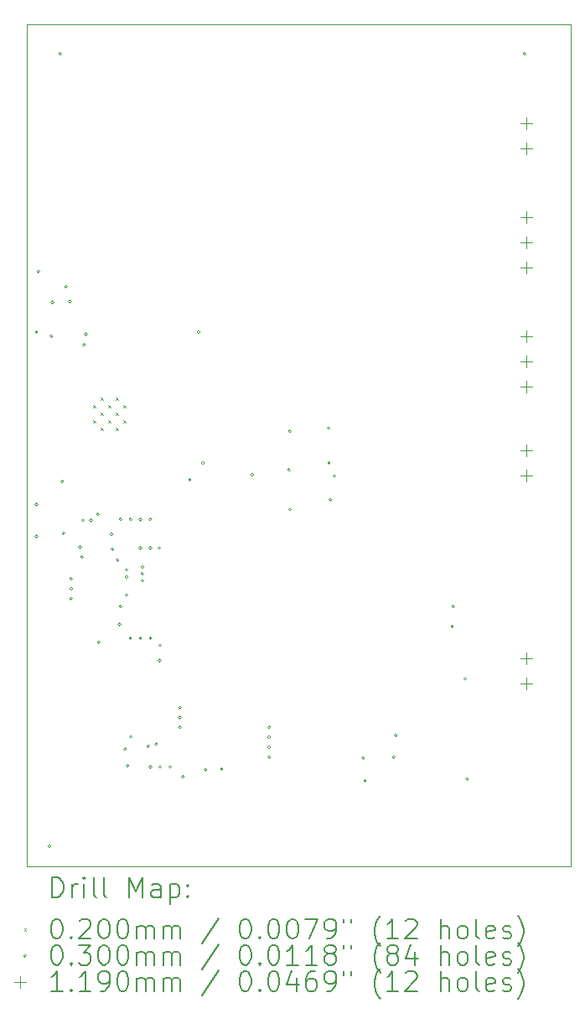
<source format=gbr>
%TF.GenerationSoftware,KiCad,Pcbnew,8.0.6*%
%TF.CreationDate,2025-03-25T19:38:53+01:00*%
%TF.ProjectId,TocBoatReceiver,546f6342-6f61-4745-9265-636569766572,rev?*%
%TF.SameCoordinates,Original*%
%TF.FileFunction,Drillmap*%
%TF.FilePolarity,Positive*%
%FSLAX45Y45*%
G04 Gerber Fmt 4.5, Leading zero omitted, Abs format (unit mm)*
G04 Created by KiCad (PCBNEW 8.0.6) date 2025-03-25 19:38:53*
%MOMM*%
%LPD*%
G01*
G04 APERTURE LIST*
%ADD10C,0.050000*%
%ADD11C,0.200000*%
%ADD12C,0.100000*%
%ADD13C,0.119000*%
G04 APERTURE END LIST*
D10*
X13150000Y-4900000D02*
X18650000Y-4900000D01*
X18650000Y-13400000D01*
X13150000Y-13400000D01*
X13150000Y-4900000D01*
D11*
D12*
X13825500Y-8748750D02*
X13845500Y-8768750D01*
X13845500Y-8748750D02*
X13825500Y-8768750D01*
X13825500Y-8901250D02*
X13845500Y-8921250D01*
X13845500Y-8901250D02*
X13825500Y-8921250D01*
X13901750Y-8672500D02*
X13921750Y-8692500D01*
X13921750Y-8672500D02*
X13901750Y-8692500D01*
X13901750Y-8825000D02*
X13921750Y-8845000D01*
X13921750Y-8825000D02*
X13901750Y-8845000D01*
X13901750Y-8977500D02*
X13921750Y-8997500D01*
X13921750Y-8977500D02*
X13901750Y-8997500D01*
X13978000Y-8748750D02*
X13998000Y-8768750D01*
X13998000Y-8748750D02*
X13978000Y-8768750D01*
X13978000Y-8901250D02*
X13998000Y-8921250D01*
X13998000Y-8901250D02*
X13978000Y-8921250D01*
X14054250Y-8672500D02*
X14074250Y-8692500D01*
X14074250Y-8672500D02*
X14054250Y-8692500D01*
X14054250Y-8825000D02*
X14074250Y-8845000D01*
X14074250Y-8825000D02*
X14054250Y-8845000D01*
X14054250Y-8977500D02*
X14074250Y-8997500D01*
X14074250Y-8977500D02*
X14054250Y-8997500D01*
X14130500Y-8748750D02*
X14150500Y-8768750D01*
X14150500Y-8748750D02*
X14130500Y-8768750D01*
X14130500Y-8901250D02*
X14150500Y-8921250D01*
X14150500Y-8901250D02*
X14130500Y-8921250D01*
X13265000Y-8010000D02*
G75*
G02*
X13235000Y-8010000I-15000J0D01*
G01*
X13235000Y-8010000D02*
G75*
G02*
X13265000Y-8010000I15000J0D01*
G01*
X13265000Y-9750000D02*
G75*
G02*
X13235000Y-9750000I-15000J0D01*
G01*
X13235000Y-9750000D02*
G75*
G02*
X13265000Y-9750000I15000J0D01*
G01*
X13265000Y-10070000D02*
G75*
G02*
X13235000Y-10070000I-15000J0D01*
G01*
X13235000Y-10070000D02*
G75*
G02*
X13265000Y-10070000I15000J0D01*
G01*
X13283175Y-7396825D02*
G75*
G02*
X13253175Y-7396825I-15000J0D01*
G01*
X13253175Y-7396825D02*
G75*
G02*
X13283175Y-7396825I15000J0D01*
G01*
X13395000Y-13200000D02*
G75*
G02*
X13365000Y-13200000I-15000J0D01*
G01*
X13365000Y-13200000D02*
G75*
G02*
X13395000Y-13200000I15000J0D01*
G01*
X13415000Y-8050000D02*
G75*
G02*
X13385000Y-8050000I-15000J0D01*
G01*
X13385000Y-8050000D02*
G75*
G02*
X13415000Y-8050000I15000J0D01*
G01*
X13425000Y-7710000D02*
G75*
G02*
X13395000Y-7710000I-15000J0D01*
G01*
X13395000Y-7710000D02*
G75*
G02*
X13425000Y-7710000I15000J0D01*
G01*
X13505000Y-5200000D02*
G75*
G02*
X13475000Y-5200000I-15000J0D01*
G01*
X13475000Y-5200000D02*
G75*
G02*
X13505000Y-5200000I15000J0D01*
G01*
X13525000Y-9520000D02*
G75*
G02*
X13495000Y-9520000I-15000J0D01*
G01*
X13495000Y-9520000D02*
G75*
G02*
X13525000Y-9520000I15000J0D01*
G01*
X13538650Y-10040000D02*
G75*
G02*
X13508650Y-10040000I-15000J0D01*
G01*
X13508650Y-10040000D02*
G75*
G02*
X13538650Y-10040000I15000J0D01*
G01*
X13565000Y-7550000D02*
G75*
G02*
X13535000Y-7550000I-15000J0D01*
G01*
X13535000Y-7550000D02*
G75*
G02*
X13565000Y-7550000I15000J0D01*
G01*
X13605000Y-7700000D02*
G75*
G02*
X13575000Y-7700000I-15000J0D01*
G01*
X13575000Y-7700000D02*
G75*
G02*
X13605000Y-7700000I15000J0D01*
G01*
X13615000Y-10500000D02*
G75*
G02*
X13585000Y-10500000I-15000J0D01*
G01*
X13585000Y-10500000D02*
G75*
G02*
X13615000Y-10500000I15000J0D01*
G01*
X13615000Y-10600000D02*
G75*
G02*
X13585000Y-10600000I-15000J0D01*
G01*
X13585000Y-10600000D02*
G75*
G02*
X13615000Y-10600000I15000J0D01*
G01*
X13615000Y-10700000D02*
G75*
G02*
X13585000Y-10700000I-15000J0D01*
G01*
X13585000Y-10700000D02*
G75*
G02*
X13615000Y-10700000I15000J0D01*
G01*
X13705000Y-10180000D02*
G75*
G02*
X13675000Y-10180000I-15000J0D01*
G01*
X13675000Y-10180000D02*
G75*
G02*
X13705000Y-10180000I15000J0D01*
G01*
X13725000Y-10280000D02*
G75*
G02*
X13695000Y-10280000I-15000J0D01*
G01*
X13695000Y-10280000D02*
G75*
G02*
X13725000Y-10280000I15000J0D01*
G01*
X13735000Y-9910000D02*
G75*
G02*
X13705000Y-9910000I-15000J0D01*
G01*
X13705000Y-9910000D02*
G75*
G02*
X13735000Y-9910000I15000J0D01*
G01*
X13745000Y-8140000D02*
G75*
G02*
X13715000Y-8140000I-15000J0D01*
G01*
X13715000Y-8140000D02*
G75*
G02*
X13745000Y-8140000I15000J0D01*
G01*
X13765000Y-8030000D02*
G75*
G02*
X13735000Y-8030000I-15000J0D01*
G01*
X13735000Y-8030000D02*
G75*
G02*
X13765000Y-8030000I15000J0D01*
G01*
X13815000Y-9910000D02*
G75*
G02*
X13785000Y-9910000I-15000J0D01*
G01*
X13785000Y-9910000D02*
G75*
G02*
X13815000Y-9910000I15000J0D01*
G01*
X13885000Y-9850000D02*
G75*
G02*
X13855000Y-9850000I-15000J0D01*
G01*
X13855000Y-9850000D02*
G75*
G02*
X13885000Y-9850000I15000J0D01*
G01*
X13895000Y-11140000D02*
G75*
G02*
X13865000Y-11140000I-15000J0D01*
G01*
X13865000Y-11140000D02*
G75*
G02*
X13895000Y-11140000I15000J0D01*
G01*
X14025000Y-10050000D02*
G75*
G02*
X13995000Y-10050000I-15000J0D01*
G01*
X13995000Y-10050000D02*
G75*
G02*
X14025000Y-10050000I15000J0D01*
G01*
X14035000Y-10200000D02*
G75*
G02*
X14005000Y-10200000I-15000J0D01*
G01*
X14005000Y-10200000D02*
G75*
G02*
X14035000Y-10200000I15000J0D01*
G01*
X14085150Y-10310150D02*
G75*
G02*
X14055150Y-10310150I-15000J0D01*
G01*
X14055150Y-10310150D02*
G75*
G02*
X14085150Y-10310150I15000J0D01*
G01*
X14105000Y-10960000D02*
G75*
G02*
X14075000Y-10960000I-15000J0D01*
G01*
X14075000Y-10960000D02*
G75*
G02*
X14105000Y-10960000I15000J0D01*
G01*
X14115000Y-9900000D02*
G75*
G02*
X14085000Y-9900000I-15000J0D01*
G01*
X14085000Y-9900000D02*
G75*
G02*
X14115000Y-9900000I15000J0D01*
G01*
X14115000Y-10780000D02*
G75*
G02*
X14085000Y-10780000I-15000J0D01*
G01*
X14085000Y-10780000D02*
G75*
G02*
X14115000Y-10780000I15000J0D01*
G01*
X14158750Y-12220000D02*
G75*
G02*
X14128750Y-12220000I-15000J0D01*
G01*
X14128750Y-12220000D02*
G75*
G02*
X14158750Y-12220000I15000J0D01*
G01*
X14175000Y-10410000D02*
G75*
G02*
X14145000Y-10410000I-15000J0D01*
G01*
X14145000Y-10410000D02*
G75*
G02*
X14175000Y-10410000I15000J0D01*
G01*
X14175000Y-10480000D02*
G75*
G02*
X14145000Y-10480000I-15000J0D01*
G01*
X14145000Y-10480000D02*
G75*
G02*
X14175000Y-10480000I15000J0D01*
G01*
X14175000Y-10665000D02*
G75*
G02*
X14145000Y-10665000I-15000J0D01*
G01*
X14145000Y-10665000D02*
G75*
G02*
X14175000Y-10665000I15000J0D01*
G01*
X14185000Y-12390000D02*
G75*
G02*
X14155000Y-12390000I-15000J0D01*
G01*
X14155000Y-12390000D02*
G75*
G02*
X14185000Y-12390000I15000J0D01*
G01*
X14215000Y-9900000D02*
G75*
G02*
X14185000Y-9900000I-15000J0D01*
G01*
X14185000Y-9900000D02*
G75*
G02*
X14215000Y-9900000I15000J0D01*
G01*
X14215000Y-11100000D02*
G75*
G02*
X14185000Y-11100000I-15000J0D01*
G01*
X14185000Y-11100000D02*
G75*
G02*
X14215000Y-11100000I15000J0D01*
G01*
X14218260Y-12094845D02*
G75*
G02*
X14188260Y-12094845I-15000J0D01*
G01*
X14188260Y-12094845D02*
G75*
G02*
X14218260Y-12094845I15000J0D01*
G01*
X14315000Y-9900000D02*
G75*
G02*
X14285000Y-9900000I-15000J0D01*
G01*
X14285000Y-9900000D02*
G75*
G02*
X14315000Y-9900000I15000J0D01*
G01*
X14315000Y-10190000D02*
G75*
G02*
X14285000Y-10190000I-15000J0D01*
G01*
X14285000Y-10190000D02*
G75*
G02*
X14315000Y-10190000I15000J0D01*
G01*
X14315000Y-11100000D02*
G75*
G02*
X14285000Y-11100000I-15000J0D01*
G01*
X14285000Y-11100000D02*
G75*
G02*
X14315000Y-11100000I15000J0D01*
G01*
X14335000Y-10380000D02*
G75*
G02*
X14305000Y-10380000I-15000J0D01*
G01*
X14305000Y-10380000D02*
G75*
G02*
X14335000Y-10380000I15000J0D01*
G01*
X14335000Y-10450000D02*
G75*
G02*
X14305000Y-10450000I-15000J0D01*
G01*
X14305000Y-10450000D02*
G75*
G02*
X14335000Y-10450000I15000J0D01*
G01*
X14335000Y-10520000D02*
G75*
G02*
X14305000Y-10520000I-15000J0D01*
G01*
X14305000Y-10520000D02*
G75*
G02*
X14335000Y-10520000I15000J0D01*
G01*
X14395000Y-12190000D02*
G75*
G02*
X14365000Y-12190000I-15000J0D01*
G01*
X14365000Y-12190000D02*
G75*
G02*
X14395000Y-12190000I15000J0D01*
G01*
X14415000Y-9900000D02*
G75*
G02*
X14385000Y-9900000I-15000J0D01*
G01*
X14385000Y-9900000D02*
G75*
G02*
X14415000Y-9900000I15000J0D01*
G01*
X14415000Y-10190000D02*
G75*
G02*
X14385000Y-10190000I-15000J0D01*
G01*
X14385000Y-10190000D02*
G75*
G02*
X14415000Y-10190000I15000J0D01*
G01*
X14415000Y-11100000D02*
G75*
G02*
X14385000Y-11100000I-15000J0D01*
G01*
X14385000Y-11100000D02*
G75*
G02*
X14415000Y-11100000I15000J0D01*
G01*
X14415000Y-12400000D02*
G75*
G02*
X14385000Y-12400000I-15000J0D01*
G01*
X14385000Y-12400000D02*
G75*
G02*
X14415000Y-12400000I15000J0D01*
G01*
X14472311Y-12169431D02*
G75*
G02*
X14442311Y-12169431I-15000J0D01*
G01*
X14442311Y-12169431D02*
G75*
G02*
X14472311Y-12169431I15000J0D01*
G01*
X14505000Y-10190000D02*
G75*
G02*
X14475000Y-10190000I-15000J0D01*
G01*
X14475000Y-10190000D02*
G75*
G02*
X14505000Y-10190000I15000J0D01*
G01*
X14510154Y-11324846D02*
G75*
G02*
X14480154Y-11324846I-15000J0D01*
G01*
X14480154Y-11324846D02*
G75*
G02*
X14510154Y-11324846I15000J0D01*
G01*
X14514132Y-11170950D02*
G75*
G02*
X14484132Y-11170950I-15000J0D01*
G01*
X14484132Y-11170950D02*
G75*
G02*
X14514132Y-11170950I15000J0D01*
G01*
X14515000Y-12400000D02*
G75*
G02*
X14485000Y-12400000I-15000J0D01*
G01*
X14485000Y-12400000D02*
G75*
G02*
X14515000Y-12400000I15000J0D01*
G01*
X14615000Y-12400000D02*
G75*
G02*
X14585000Y-12400000I-15000J0D01*
G01*
X14585000Y-12400000D02*
G75*
G02*
X14615000Y-12400000I15000J0D01*
G01*
X14715000Y-11800000D02*
G75*
G02*
X14685000Y-11800000I-15000J0D01*
G01*
X14685000Y-11800000D02*
G75*
G02*
X14715000Y-11800000I15000J0D01*
G01*
X14715000Y-11900000D02*
G75*
G02*
X14685000Y-11900000I-15000J0D01*
G01*
X14685000Y-11900000D02*
G75*
G02*
X14715000Y-11900000I15000J0D01*
G01*
X14715000Y-12000000D02*
G75*
G02*
X14685000Y-12000000I-15000J0D01*
G01*
X14685000Y-12000000D02*
G75*
G02*
X14715000Y-12000000I15000J0D01*
G01*
X14745000Y-12500000D02*
G75*
G02*
X14715000Y-12500000I-15000J0D01*
G01*
X14715000Y-12500000D02*
G75*
G02*
X14745000Y-12500000I15000J0D01*
G01*
X14815000Y-9500000D02*
G75*
G02*
X14785000Y-9500000I-15000J0D01*
G01*
X14785000Y-9500000D02*
G75*
G02*
X14815000Y-9500000I15000J0D01*
G01*
X14905000Y-8010000D02*
G75*
G02*
X14875000Y-8010000I-15000J0D01*
G01*
X14875000Y-8010000D02*
G75*
G02*
X14905000Y-8010000I15000J0D01*
G01*
X14945000Y-9330000D02*
G75*
G02*
X14915000Y-9330000I-15000J0D01*
G01*
X14915000Y-9330000D02*
G75*
G02*
X14945000Y-9330000I15000J0D01*
G01*
X14971699Y-12426645D02*
G75*
G02*
X14941699Y-12426645I-15000J0D01*
G01*
X14941699Y-12426645D02*
G75*
G02*
X14971699Y-12426645I15000J0D01*
G01*
X15135000Y-12420000D02*
G75*
G02*
X15105000Y-12420000I-15000J0D01*
G01*
X15105000Y-12420000D02*
G75*
G02*
X15135000Y-12420000I15000J0D01*
G01*
X15445000Y-9450000D02*
G75*
G02*
X15415000Y-9450000I-15000J0D01*
G01*
X15415000Y-9450000D02*
G75*
G02*
X15445000Y-9450000I15000J0D01*
G01*
X15615000Y-12000000D02*
G75*
G02*
X15585000Y-12000000I-15000J0D01*
G01*
X15585000Y-12000000D02*
G75*
G02*
X15615000Y-12000000I15000J0D01*
G01*
X15615000Y-12100000D02*
G75*
G02*
X15585000Y-12100000I-15000J0D01*
G01*
X15585000Y-12100000D02*
G75*
G02*
X15615000Y-12100000I15000J0D01*
G01*
X15615000Y-12200000D02*
G75*
G02*
X15585000Y-12200000I-15000J0D01*
G01*
X15585000Y-12200000D02*
G75*
G02*
X15615000Y-12200000I15000J0D01*
G01*
X15615000Y-12300000D02*
G75*
G02*
X15585000Y-12300000I-15000J0D01*
G01*
X15585000Y-12300000D02*
G75*
G02*
X15615000Y-12300000I15000J0D01*
G01*
X15815000Y-9400000D02*
G75*
G02*
X15785000Y-9400000I-15000J0D01*
G01*
X15785000Y-9400000D02*
G75*
G02*
X15815000Y-9400000I15000J0D01*
G01*
X15825000Y-9010000D02*
G75*
G02*
X15795000Y-9010000I-15000J0D01*
G01*
X15795000Y-9010000D02*
G75*
G02*
X15825000Y-9010000I15000J0D01*
G01*
X15825000Y-9800000D02*
G75*
G02*
X15795000Y-9800000I-15000J0D01*
G01*
X15795000Y-9800000D02*
G75*
G02*
X15825000Y-9800000I15000J0D01*
G01*
X16215083Y-8980083D02*
G75*
G02*
X16185083Y-8980083I-15000J0D01*
G01*
X16185083Y-8980083D02*
G75*
G02*
X16215083Y-8980083I15000J0D01*
G01*
X16218650Y-9330000D02*
G75*
G02*
X16188650Y-9330000I-15000J0D01*
G01*
X16188650Y-9330000D02*
G75*
G02*
X16218650Y-9330000I15000J0D01*
G01*
X16235000Y-9700000D02*
G75*
G02*
X16205000Y-9700000I-15000J0D01*
G01*
X16205000Y-9700000D02*
G75*
G02*
X16235000Y-9700000I15000J0D01*
G01*
X16275000Y-9460000D02*
G75*
G02*
X16245000Y-9460000I-15000J0D01*
G01*
X16245000Y-9460000D02*
G75*
G02*
X16275000Y-9460000I15000J0D01*
G01*
X16565000Y-12310000D02*
G75*
G02*
X16535000Y-12310000I-15000J0D01*
G01*
X16535000Y-12310000D02*
G75*
G02*
X16565000Y-12310000I15000J0D01*
G01*
X16585000Y-12540000D02*
G75*
G02*
X16555000Y-12540000I-15000J0D01*
G01*
X16555000Y-12540000D02*
G75*
G02*
X16585000Y-12540000I15000J0D01*
G01*
X16875000Y-12300000D02*
G75*
G02*
X16845000Y-12300000I-15000J0D01*
G01*
X16845000Y-12300000D02*
G75*
G02*
X16875000Y-12300000I15000J0D01*
G01*
X16895000Y-12080000D02*
G75*
G02*
X16865000Y-12080000I-15000J0D01*
G01*
X16865000Y-12080000D02*
G75*
G02*
X16895000Y-12080000I15000J0D01*
G01*
X17465000Y-10980000D02*
G75*
G02*
X17435000Y-10980000I-15000J0D01*
G01*
X17435000Y-10980000D02*
G75*
G02*
X17465000Y-10980000I15000J0D01*
G01*
X17475000Y-10780000D02*
G75*
G02*
X17445000Y-10780000I-15000J0D01*
G01*
X17445000Y-10780000D02*
G75*
G02*
X17475000Y-10780000I15000J0D01*
G01*
X17595000Y-11510000D02*
G75*
G02*
X17565000Y-11510000I-15000J0D01*
G01*
X17565000Y-11510000D02*
G75*
G02*
X17595000Y-11510000I15000J0D01*
G01*
X17615000Y-12520000D02*
G75*
G02*
X17585000Y-12520000I-15000J0D01*
G01*
X17585000Y-12520000D02*
G75*
G02*
X17615000Y-12520000I15000J0D01*
G01*
X18195000Y-5200000D02*
G75*
G02*
X18165000Y-5200000I-15000J0D01*
G01*
X18165000Y-5200000D02*
G75*
G02*
X18195000Y-5200000I15000J0D01*
G01*
D13*
X18200000Y-5840500D02*
X18200000Y-5959500D01*
X18140500Y-5900000D02*
X18259500Y-5900000D01*
X18200000Y-6094500D02*
X18200000Y-6213500D01*
X18140500Y-6154000D02*
X18259500Y-6154000D01*
X18200000Y-6786500D02*
X18200000Y-6905500D01*
X18140500Y-6846000D02*
X18259500Y-6846000D01*
X18200000Y-7040500D02*
X18200000Y-7159500D01*
X18140500Y-7100000D02*
X18259500Y-7100000D01*
X18200000Y-7294500D02*
X18200000Y-7413500D01*
X18140500Y-7354000D02*
X18259500Y-7354000D01*
X18200000Y-7994500D02*
X18200000Y-8113500D01*
X18140500Y-8054000D02*
X18259500Y-8054000D01*
X18200000Y-8248500D02*
X18200000Y-8367500D01*
X18140500Y-8308000D02*
X18259500Y-8308000D01*
X18200000Y-8502500D02*
X18200000Y-8621500D01*
X18140500Y-8562000D02*
X18259500Y-8562000D01*
X18200000Y-9140500D02*
X18200000Y-9259500D01*
X18140500Y-9200000D02*
X18259500Y-9200000D01*
X18200000Y-9394500D02*
X18200000Y-9513500D01*
X18140500Y-9454000D02*
X18259500Y-9454000D01*
X18200000Y-11240500D02*
X18200000Y-11359500D01*
X18140500Y-11300000D02*
X18259500Y-11300000D01*
X18200000Y-11494500D02*
X18200000Y-11613500D01*
X18140500Y-11554000D02*
X18259500Y-11554000D01*
D11*
X13408277Y-13713984D02*
X13408277Y-13513984D01*
X13408277Y-13513984D02*
X13455896Y-13513984D01*
X13455896Y-13513984D02*
X13484467Y-13523508D01*
X13484467Y-13523508D02*
X13503515Y-13542555D01*
X13503515Y-13542555D02*
X13513039Y-13561603D01*
X13513039Y-13561603D02*
X13522562Y-13599698D01*
X13522562Y-13599698D02*
X13522562Y-13628269D01*
X13522562Y-13628269D02*
X13513039Y-13666365D01*
X13513039Y-13666365D02*
X13503515Y-13685412D01*
X13503515Y-13685412D02*
X13484467Y-13704460D01*
X13484467Y-13704460D02*
X13455896Y-13713984D01*
X13455896Y-13713984D02*
X13408277Y-13713984D01*
X13608277Y-13713984D02*
X13608277Y-13580650D01*
X13608277Y-13618746D02*
X13617801Y-13599698D01*
X13617801Y-13599698D02*
X13627324Y-13590174D01*
X13627324Y-13590174D02*
X13646372Y-13580650D01*
X13646372Y-13580650D02*
X13665420Y-13580650D01*
X13732086Y-13713984D02*
X13732086Y-13580650D01*
X13732086Y-13513984D02*
X13722562Y-13523508D01*
X13722562Y-13523508D02*
X13732086Y-13533031D01*
X13732086Y-13533031D02*
X13741610Y-13523508D01*
X13741610Y-13523508D02*
X13732086Y-13513984D01*
X13732086Y-13513984D02*
X13732086Y-13533031D01*
X13855896Y-13713984D02*
X13836848Y-13704460D01*
X13836848Y-13704460D02*
X13827324Y-13685412D01*
X13827324Y-13685412D02*
X13827324Y-13513984D01*
X13960658Y-13713984D02*
X13941610Y-13704460D01*
X13941610Y-13704460D02*
X13932086Y-13685412D01*
X13932086Y-13685412D02*
X13932086Y-13513984D01*
X14189229Y-13713984D02*
X14189229Y-13513984D01*
X14189229Y-13513984D02*
X14255896Y-13656841D01*
X14255896Y-13656841D02*
X14322562Y-13513984D01*
X14322562Y-13513984D02*
X14322562Y-13713984D01*
X14503515Y-13713984D02*
X14503515Y-13609222D01*
X14503515Y-13609222D02*
X14493991Y-13590174D01*
X14493991Y-13590174D02*
X14474943Y-13580650D01*
X14474943Y-13580650D02*
X14436848Y-13580650D01*
X14436848Y-13580650D02*
X14417801Y-13590174D01*
X14503515Y-13704460D02*
X14484467Y-13713984D01*
X14484467Y-13713984D02*
X14436848Y-13713984D01*
X14436848Y-13713984D02*
X14417801Y-13704460D01*
X14417801Y-13704460D02*
X14408277Y-13685412D01*
X14408277Y-13685412D02*
X14408277Y-13666365D01*
X14408277Y-13666365D02*
X14417801Y-13647317D01*
X14417801Y-13647317D02*
X14436848Y-13637793D01*
X14436848Y-13637793D02*
X14484467Y-13637793D01*
X14484467Y-13637793D02*
X14503515Y-13628269D01*
X14598753Y-13580650D02*
X14598753Y-13780650D01*
X14598753Y-13590174D02*
X14617801Y-13580650D01*
X14617801Y-13580650D02*
X14655896Y-13580650D01*
X14655896Y-13580650D02*
X14674943Y-13590174D01*
X14674943Y-13590174D02*
X14684467Y-13599698D01*
X14684467Y-13599698D02*
X14693991Y-13618746D01*
X14693991Y-13618746D02*
X14693991Y-13675888D01*
X14693991Y-13675888D02*
X14684467Y-13694936D01*
X14684467Y-13694936D02*
X14674943Y-13704460D01*
X14674943Y-13704460D02*
X14655896Y-13713984D01*
X14655896Y-13713984D02*
X14617801Y-13713984D01*
X14617801Y-13713984D02*
X14598753Y-13704460D01*
X14779705Y-13694936D02*
X14789229Y-13704460D01*
X14789229Y-13704460D02*
X14779705Y-13713984D01*
X14779705Y-13713984D02*
X14770182Y-13704460D01*
X14770182Y-13704460D02*
X14779705Y-13694936D01*
X14779705Y-13694936D02*
X14779705Y-13713984D01*
X14779705Y-13590174D02*
X14789229Y-13599698D01*
X14789229Y-13599698D02*
X14779705Y-13609222D01*
X14779705Y-13609222D02*
X14770182Y-13599698D01*
X14770182Y-13599698D02*
X14779705Y-13590174D01*
X14779705Y-13590174D02*
X14779705Y-13609222D01*
D12*
X13127500Y-14032500D02*
X13147500Y-14052500D01*
X13147500Y-14032500D02*
X13127500Y-14052500D01*
D11*
X13446372Y-13933984D02*
X13465420Y-13933984D01*
X13465420Y-13933984D02*
X13484467Y-13943508D01*
X13484467Y-13943508D02*
X13493991Y-13953031D01*
X13493991Y-13953031D02*
X13503515Y-13972079D01*
X13503515Y-13972079D02*
X13513039Y-14010174D01*
X13513039Y-14010174D02*
X13513039Y-14057793D01*
X13513039Y-14057793D02*
X13503515Y-14095888D01*
X13503515Y-14095888D02*
X13493991Y-14114936D01*
X13493991Y-14114936D02*
X13484467Y-14124460D01*
X13484467Y-14124460D02*
X13465420Y-14133984D01*
X13465420Y-14133984D02*
X13446372Y-14133984D01*
X13446372Y-14133984D02*
X13427324Y-14124460D01*
X13427324Y-14124460D02*
X13417801Y-14114936D01*
X13417801Y-14114936D02*
X13408277Y-14095888D01*
X13408277Y-14095888D02*
X13398753Y-14057793D01*
X13398753Y-14057793D02*
X13398753Y-14010174D01*
X13398753Y-14010174D02*
X13408277Y-13972079D01*
X13408277Y-13972079D02*
X13417801Y-13953031D01*
X13417801Y-13953031D02*
X13427324Y-13943508D01*
X13427324Y-13943508D02*
X13446372Y-13933984D01*
X13598753Y-14114936D02*
X13608277Y-14124460D01*
X13608277Y-14124460D02*
X13598753Y-14133984D01*
X13598753Y-14133984D02*
X13589229Y-14124460D01*
X13589229Y-14124460D02*
X13598753Y-14114936D01*
X13598753Y-14114936D02*
X13598753Y-14133984D01*
X13684467Y-13953031D02*
X13693991Y-13943508D01*
X13693991Y-13943508D02*
X13713039Y-13933984D01*
X13713039Y-13933984D02*
X13760658Y-13933984D01*
X13760658Y-13933984D02*
X13779705Y-13943508D01*
X13779705Y-13943508D02*
X13789229Y-13953031D01*
X13789229Y-13953031D02*
X13798753Y-13972079D01*
X13798753Y-13972079D02*
X13798753Y-13991127D01*
X13798753Y-13991127D02*
X13789229Y-14019698D01*
X13789229Y-14019698D02*
X13674943Y-14133984D01*
X13674943Y-14133984D02*
X13798753Y-14133984D01*
X13922562Y-13933984D02*
X13941610Y-13933984D01*
X13941610Y-13933984D02*
X13960658Y-13943508D01*
X13960658Y-13943508D02*
X13970182Y-13953031D01*
X13970182Y-13953031D02*
X13979705Y-13972079D01*
X13979705Y-13972079D02*
X13989229Y-14010174D01*
X13989229Y-14010174D02*
X13989229Y-14057793D01*
X13989229Y-14057793D02*
X13979705Y-14095888D01*
X13979705Y-14095888D02*
X13970182Y-14114936D01*
X13970182Y-14114936D02*
X13960658Y-14124460D01*
X13960658Y-14124460D02*
X13941610Y-14133984D01*
X13941610Y-14133984D02*
X13922562Y-14133984D01*
X13922562Y-14133984D02*
X13903515Y-14124460D01*
X13903515Y-14124460D02*
X13893991Y-14114936D01*
X13893991Y-14114936D02*
X13884467Y-14095888D01*
X13884467Y-14095888D02*
X13874943Y-14057793D01*
X13874943Y-14057793D02*
X13874943Y-14010174D01*
X13874943Y-14010174D02*
X13884467Y-13972079D01*
X13884467Y-13972079D02*
X13893991Y-13953031D01*
X13893991Y-13953031D02*
X13903515Y-13943508D01*
X13903515Y-13943508D02*
X13922562Y-13933984D01*
X14113039Y-13933984D02*
X14132086Y-13933984D01*
X14132086Y-13933984D02*
X14151134Y-13943508D01*
X14151134Y-13943508D02*
X14160658Y-13953031D01*
X14160658Y-13953031D02*
X14170182Y-13972079D01*
X14170182Y-13972079D02*
X14179705Y-14010174D01*
X14179705Y-14010174D02*
X14179705Y-14057793D01*
X14179705Y-14057793D02*
X14170182Y-14095888D01*
X14170182Y-14095888D02*
X14160658Y-14114936D01*
X14160658Y-14114936D02*
X14151134Y-14124460D01*
X14151134Y-14124460D02*
X14132086Y-14133984D01*
X14132086Y-14133984D02*
X14113039Y-14133984D01*
X14113039Y-14133984D02*
X14093991Y-14124460D01*
X14093991Y-14124460D02*
X14084467Y-14114936D01*
X14084467Y-14114936D02*
X14074943Y-14095888D01*
X14074943Y-14095888D02*
X14065420Y-14057793D01*
X14065420Y-14057793D02*
X14065420Y-14010174D01*
X14065420Y-14010174D02*
X14074943Y-13972079D01*
X14074943Y-13972079D02*
X14084467Y-13953031D01*
X14084467Y-13953031D02*
X14093991Y-13943508D01*
X14093991Y-13943508D02*
X14113039Y-13933984D01*
X14265420Y-14133984D02*
X14265420Y-14000650D01*
X14265420Y-14019698D02*
X14274943Y-14010174D01*
X14274943Y-14010174D02*
X14293991Y-14000650D01*
X14293991Y-14000650D02*
X14322563Y-14000650D01*
X14322563Y-14000650D02*
X14341610Y-14010174D01*
X14341610Y-14010174D02*
X14351134Y-14029222D01*
X14351134Y-14029222D02*
X14351134Y-14133984D01*
X14351134Y-14029222D02*
X14360658Y-14010174D01*
X14360658Y-14010174D02*
X14379705Y-14000650D01*
X14379705Y-14000650D02*
X14408277Y-14000650D01*
X14408277Y-14000650D02*
X14427324Y-14010174D01*
X14427324Y-14010174D02*
X14436848Y-14029222D01*
X14436848Y-14029222D02*
X14436848Y-14133984D01*
X14532086Y-14133984D02*
X14532086Y-14000650D01*
X14532086Y-14019698D02*
X14541610Y-14010174D01*
X14541610Y-14010174D02*
X14560658Y-14000650D01*
X14560658Y-14000650D02*
X14589229Y-14000650D01*
X14589229Y-14000650D02*
X14608277Y-14010174D01*
X14608277Y-14010174D02*
X14617801Y-14029222D01*
X14617801Y-14029222D02*
X14617801Y-14133984D01*
X14617801Y-14029222D02*
X14627324Y-14010174D01*
X14627324Y-14010174D02*
X14646372Y-14000650D01*
X14646372Y-14000650D02*
X14674943Y-14000650D01*
X14674943Y-14000650D02*
X14693991Y-14010174D01*
X14693991Y-14010174D02*
X14703515Y-14029222D01*
X14703515Y-14029222D02*
X14703515Y-14133984D01*
X15093991Y-13924460D02*
X14922563Y-14181603D01*
X15351134Y-13933984D02*
X15370182Y-13933984D01*
X15370182Y-13933984D02*
X15389229Y-13943508D01*
X15389229Y-13943508D02*
X15398753Y-13953031D01*
X15398753Y-13953031D02*
X15408277Y-13972079D01*
X15408277Y-13972079D02*
X15417801Y-14010174D01*
X15417801Y-14010174D02*
X15417801Y-14057793D01*
X15417801Y-14057793D02*
X15408277Y-14095888D01*
X15408277Y-14095888D02*
X15398753Y-14114936D01*
X15398753Y-14114936D02*
X15389229Y-14124460D01*
X15389229Y-14124460D02*
X15370182Y-14133984D01*
X15370182Y-14133984D02*
X15351134Y-14133984D01*
X15351134Y-14133984D02*
X15332086Y-14124460D01*
X15332086Y-14124460D02*
X15322563Y-14114936D01*
X15322563Y-14114936D02*
X15313039Y-14095888D01*
X15313039Y-14095888D02*
X15303515Y-14057793D01*
X15303515Y-14057793D02*
X15303515Y-14010174D01*
X15303515Y-14010174D02*
X15313039Y-13972079D01*
X15313039Y-13972079D02*
X15322563Y-13953031D01*
X15322563Y-13953031D02*
X15332086Y-13943508D01*
X15332086Y-13943508D02*
X15351134Y-13933984D01*
X15503515Y-14114936D02*
X15513039Y-14124460D01*
X15513039Y-14124460D02*
X15503515Y-14133984D01*
X15503515Y-14133984D02*
X15493991Y-14124460D01*
X15493991Y-14124460D02*
X15503515Y-14114936D01*
X15503515Y-14114936D02*
X15503515Y-14133984D01*
X15636848Y-13933984D02*
X15655896Y-13933984D01*
X15655896Y-13933984D02*
X15674944Y-13943508D01*
X15674944Y-13943508D02*
X15684467Y-13953031D01*
X15684467Y-13953031D02*
X15693991Y-13972079D01*
X15693991Y-13972079D02*
X15703515Y-14010174D01*
X15703515Y-14010174D02*
X15703515Y-14057793D01*
X15703515Y-14057793D02*
X15693991Y-14095888D01*
X15693991Y-14095888D02*
X15684467Y-14114936D01*
X15684467Y-14114936D02*
X15674944Y-14124460D01*
X15674944Y-14124460D02*
X15655896Y-14133984D01*
X15655896Y-14133984D02*
X15636848Y-14133984D01*
X15636848Y-14133984D02*
X15617801Y-14124460D01*
X15617801Y-14124460D02*
X15608277Y-14114936D01*
X15608277Y-14114936D02*
X15598753Y-14095888D01*
X15598753Y-14095888D02*
X15589229Y-14057793D01*
X15589229Y-14057793D02*
X15589229Y-14010174D01*
X15589229Y-14010174D02*
X15598753Y-13972079D01*
X15598753Y-13972079D02*
X15608277Y-13953031D01*
X15608277Y-13953031D02*
X15617801Y-13943508D01*
X15617801Y-13943508D02*
X15636848Y-13933984D01*
X15827325Y-13933984D02*
X15846372Y-13933984D01*
X15846372Y-13933984D02*
X15865420Y-13943508D01*
X15865420Y-13943508D02*
X15874944Y-13953031D01*
X15874944Y-13953031D02*
X15884467Y-13972079D01*
X15884467Y-13972079D02*
X15893991Y-14010174D01*
X15893991Y-14010174D02*
X15893991Y-14057793D01*
X15893991Y-14057793D02*
X15884467Y-14095888D01*
X15884467Y-14095888D02*
X15874944Y-14114936D01*
X15874944Y-14114936D02*
X15865420Y-14124460D01*
X15865420Y-14124460D02*
X15846372Y-14133984D01*
X15846372Y-14133984D02*
X15827325Y-14133984D01*
X15827325Y-14133984D02*
X15808277Y-14124460D01*
X15808277Y-14124460D02*
X15798753Y-14114936D01*
X15798753Y-14114936D02*
X15789229Y-14095888D01*
X15789229Y-14095888D02*
X15779706Y-14057793D01*
X15779706Y-14057793D02*
X15779706Y-14010174D01*
X15779706Y-14010174D02*
X15789229Y-13972079D01*
X15789229Y-13972079D02*
X15798753Y-13953031D01*
X15798753Y-13953031D02*
X15808277Y-13943508D01*
X15808277Y-13943508D02*
X15827325Y-13933984D01*
X15960658Y-13933984D02*
X16093991Y-13933984D01*
X16093991Y-13933984D02*
X16008277Y-14133984D01*
X16179706Y-14133984D02*
X16217801Y-14133984D01*
X16217801Y-14133984D02*
X16236848Y-14124460D01*
X16236848Y-14124460D02*
X16246372Y-14114936D01*
X16246372Y-14114936D02*
X16265420Y-14086365D01*
X16265420Y-14086365D02*
X16274944Y-14048269D01*
X16274944Y-14048269D02*
X16274944Y-13972079D01*
X16274944Y-13972079D02*
X16265420Y-13953031D01*
X16265420Y-13953031D02*
X16255896Y-13943508D01*
X16255896Y-13943508D02*
X16236848Y-13933984D01*
X16236848Y-13933984D02*
X16198753Y-13933984D01*
X16198753Y-13933984D02*
X16179706Y-13943508D01*
X16179706Y-13943508D02*
X16170182Y-13953031D01*
X16170182Y-13953031D02*
X16160658Y-13972079D01*
X16160658Y-13972079D02*
X16160658Y-14019698D01*
X16160658Y-14019698D02*
X16170182Y-14038746D01*
X16170182Y-14038746D02*
X16179706Y-14048269D01*
X16179706Y-14048269D02*
X16198753Y-14057793D01*
X16198753Y-14057793D02*
X16236848Y-14057793D01*
X16236848Y-14057793D02*
X16255896Y-14048269D01*
X16255896Y-14048269D02*
X16265420Y-14038746D01*
X16265420Y-14038746D02*
X16274944Y-14019698D01*
X16351134Y-13933984D02*
X16351134Y-13972079D01*
X16427325Y-13933984D02*
X16427325Y-13972079D01*
X16722563Y-14210174D02*
X16713039Y-14200650D01*
X16713039Y-14200650D02*
X16693991Y-14172079D01*
X16693991Y-14172079D02*
X16684468Y-14153031D01*
X16684468Y-14153031D02*
X16674944Y-14124460D01*
X16674944Y-14124460D02*
X16665420Y-14076841D01*
X16665420Y-14076841D02*
X16665420Y-14038746D01*
X16665420Y-14038746D02*
X16674944Y-13991127D01*
X16674944Y-13991127D02*
X16684468Y-13962555D01*
X16684468Y-13962555D02*
X16693991Y-13943508D01*
X16693991Y-13943508D02*
X16713039Y-13914936D01*
X16713039Y-13914936D02*
X16722563Y-13905412D01*
X16903515Y-14133984D02*
X16789230Y-14133984D01*
X16846372Y-14133984D02*
X16846372Y-13933984D01*
X16846372Y-13933984D02*
X16827325Y-13962555D01*
X16827325Y-13962555D02*
X16808277Y-13981603D01*
X16808277Y-13981603D02*
X16789230Y-13991127D01*
X16979706Y-13953031D02*
X16989230Y-13943508D01*
X16989230Y-13943508D02*
X17008277Y-13933984D01*
X17008277Y-13933984D02*
X17055896Y-13933984D01*
X17055896Y-13933984D02*
X17074944Y-13943508D01*
X17074944Y-13943508D02*
X17084468Y-13953031D01*
X17084468Y-13953031D02*
X17093991Y-13972079D01*
X17093991Y-13972079D02*
X17093991Y-13991127D01*
X17093991Y-13991127D02*
X17084468Y-14019698D01*
X17084468Y-14019698D02*
X16970182Y-14133984D01*
X16970182Y-14133984D02*
X17093991Y-14133984D01*
X17332087Y-14133984D02*
X17332087Y-13933984D01*
X17417801Y-14133984D02*
X17417801Y-14029222D01*
X17417801Y-14029222D02*
X17408277Y-14010174D01*
X17408277Y-14010174D02*
X17389230Y-14000650D01*
X17389230Y-14000650D02*
X17360658Y-14000650D01*
X17360658Y-14000650D02*
X17341611Y-14010174D01*
X17341611Y-14010174D02*
X17332087Y-14019698D01*
X17541611Y-14133984D02*
X17522563Y-14124460D01*
X17522563Y-14124460D02*
X17513039Y-14114936D01*
X17513039Y-14114936D02*
X17503515Y-14095888D01*
X17503515Y-14095888D02*
X17503515Y-14038746D01*
X17503515Y-14038746D02*
X17513039Y-14019698D01*
X17513039Y-14019698D02*
X17522563Y-14010174D01*
X17522563Y-14010174D02*
X17541611Y-14000650D01*
X17541611Y-14000650D02*
X17570182Y-14000650D01*
X17570182Y-14000650D02*
X17589230Y-14010174D01*
X17589230Y-14010174D02*
X17598753Y-14019698D01*
X17598753Y-14019698D02*
X17608277Y-14038746D01*
X17608277Y-14038746D02*
X17608277Y-14095888D01*
X17608277Y-14095888D02*
X17598753Y-14114936D01*
X17598753Y-14114936D02*
X17589230Y-14124460D01*
X17589230Y-14124460D02*
X17570182Y-14133984D01*
X17570182Y-14133984D02*
X17541611Y-14133984D01*
X17722563Y-14133984D02*
X17703515Y-14124460D01*
X17703515Y-14124460D02*
X17693992Y-14105412D01*
X17693992Y-14105412D02*
X17693992Y-13933984D01*
X17874944Y-14124460D02*
X17855896Y-14133984D01*
X17855896Y-14133984D02*
X17817801Y-14133984D01*
X17817801Y-14133984D02*
X17798753Y-14124460D01*
X17798753Y-14124460D02*
X17789230Y-14105412D01*
X17789230Y-14105412D02*
X17789230Y-14029222D01*
X17789230Y-14029222D02*
X17798753Y-14010174D01*
X17798753Y-14010174D02*
X17817801Y-14000650D01*
X17817801Y-14000650D02*
X17855896Y-14000650D01*
X17855896Y-14000650D02*
X17874944Y-14010174D01*
X17874944Y-14010174D02*
X17884468Y-14029222D01*
X17884468Y-14029222D02*
X17884468Y-14048269D01*
X17884468Y-14048269D02*
X17789230Y-14067317D01*
X17960658Y-14124460D02*
X17979706Y-14133984D01*
X17979706Y-14133984D02*
X18017801Y-14133984D01*
X18017801Y-14133984D02*
X18036849Y-14124460D01*
X18036849Y-14124460D02*
X18046373Y-14105412D01*
X18046373Y-14105412D02*
X18046373Y-14095888D01*
X18046373Y-14095888D02*
X18036849Y-14076841D01*
X18036849Y-14076841D02*
X18017801Y-14067317D01*
X18017801Y-14067317D02*
X17989230Y-14067317D01*
X17989230Y-14067317D02*
X17970182Y-14057793D01*
X17970182Y-14057793D02*
X17960658Y-14038746D01*
X17960658Y-14038746D02*
X17960658Y-14029222D01*
X17960658Y-14029222D02*
X17970182Y-14010174D01*
X17970182Y-14010174D02*
X17989230Y-14000650D01*
X17989230Y-14000650D02*
X18017801Y-14000650D01*
X18017801Y-14000650D02*
X18036849Y-14010174D01*
X18113039Y-14210174D02*
X18122563Y-14200650D01*
X18122563Y-14200650D02*
X18141611Y-14172079D01*
X18141611Y-14172079D02*
X18151134Y-14153031D01*
X18151134Y-14153031D02*
X18160658Y-14124460D01*
X18160658Y-14124460D02*
X18170182Y-14076841D01*
X18170182Y-14076841D02*
X18170182Y-14038746D01*
X18170182Y-14038746D02*
X18160658Y-13991127D01*
X18160658Y-13991127D02*
X18151134Y-13962555D01*
X18151134Y-13962555D02*
X18141611Y-13943508D01*
X18141611Y-13943508D02*
X18122563Y-13914936D01*
X18122563Y-13914936D02*
X18113039Y-13905412D01*
D12*
X13147500Y-14306500D02*
G75*
G02*
X13117500Y-14306500I-15000J0D01*
G01*
X13117500Y-14306500D02*
G75*
G02*
X13147500Y-14306500I15000J0D01*
G01*
D11*
X13446372Y-14197984D02*
X13465420Y-14197984D01*
X13465420Y-14197984D02*
X13484467Y-14207508D01*
X13484467Y-14207508D02*
X13493991Y-14217031D01*
X13493991Y-14217031D02*
X13503515Y-14236079D01*
X13503515Y-14236079D02*
X13513039Y-14274174D01*
X13513039Y-14274174D02*
X13513039Y-14321793D01*
X13513039Y-14321793D02*
X13503515Y-14359888D01*
X13503515Y-14359888D02*
X13493991Y-14378936D01*
X13493991Y-14378936D02*
X13484467Y-14388460D01*
X13484467Y-14388460D02*
X13465420Y-14397984D01*
X13465420Y-14397984D02*
X13446372Y-14397984D01*
X13446372Y-14397984D02*
X13427324Y-14388460D01*
X13427324Y-14388460D02*
X13417801Y-14378936D01*
X13417801Y-14378936D02*
X13408277Y-14359888D01*
X13408277Y-14359888D02*
X13398753Y-14321793D01*
X13398753Y-14321793D02*
X13398753Y-14274174D01*
X13398753Y-14274174D02*
X13408277Y-14236079D01*
X13408277Y-14236079D02*
X13417801Y-14217031D01*
X13417801Y-14217031D02*
X13427324Y-14207508D01*
X13427324Y-14207508D02*
X13446372Y-14197984D01*
X13598753Y-14378936D02*
X13608277Y-14388460D01*
X13608277Y-14388460D02*
X13598753Y-14397984D01*
X13598753Y-14397984D02*
X13589229Y-14388460D01*
X13589229Y-14388460D02*
X13598753Y-14378936D01*
X13598753Y-14378936D02*
X13598753Y-14397984D01*
X13674943Y-14197984D02*
X13798753Y-14197984D01*
X13798753Y-14197984D02*
X13732086Y-14274174D01*
X13732086Y-14274174D02*
X13760658Y-14274174D01*
X13760658Y-14274174D02*
X13779705Y-14283698D01*
X13779705Y-14283698D02*
X13789229Y-14293222D01*
X13789229Y-14293222D02*
X13798753Y-14312269D01*
X13798753Y-14312269D02*
X13798753Y-14359888D01*
X13798753Y-14359888D02*
X13789229Y-14378936D01*
X13789229Y-14378936D02*
X13779705Y-14388460D01*
X13779705Y-14388460D02*
X13760658Y-14397984D01*
X13760658Y-14397984D02*
X13703515Y-14397984D01*
X13703515Y-14397984D02*
X13684467Y-14388460D01*
X13684467Y-14388460D02*
X13674943Y-14378936D01*
X13922562Y-14197984D02*
X13941610Y-14197984D01*
X13941610Y-14197984D02*
X13960658Y-14207508D01*
X13960658Y-14207508D02*
X13970182Y-14217031D01*
X13970182Y-14217031D02*
X13979705Y-14236079D01*
X13979705Y-14236079D02*
X13989229Y-14274174D01*
X13989229Y-14274174D02*
X13989229Y-14321793D01*
X13989229Y-14321793D02*
X13979705Y-14359888D01*
X13979705Y-14359888D02*
X13970182Y-14378936D01*
X13970182Y-14378936D02*
X13960658Y-14388460D01*
X13960658Y-14388460D02*
X13941610Y-14397984D01*
X13941610Y-14397984D02*
X13922562Y-14397984D01*
X13922562Y-14397984D02*
X13903515Y-14388460D01*
X13903515Y-14388460D02*
X13893991Y-14378936D01*
X13893991Y-14378936D02*
X13884467Y-14359888D01*
X13884467Y-14359888D02*
X13874943Y-14321793D01*
X13874943Y-14321793D02*
X13874943Y-14274174D01*
X13874943Y-14274174D02*
X13884467Y-14236079D01*
X13884467Y-14236079D02*
X13893991Y-14217031D01*
X13893991Y-14217031D02*
X13903515Y-14207508D01*
X13903515Y-14207508D02*
X13922562Y-14197984D01*
X14113039Y-14197984D02*
X14132086Y-14197984D01*
X14132086Y-14197984D02*
X14151134Y-14207508D01*
X14151134Y-14207508D02*
X14160658Y-14217031D01*
X14160658Y-14217031D02*
X14170182Y-14236079D01*
X14170182Y-14236079D02*
X14179705Y-14274174D01*
X14179705Y-14274174D02*
X14179705Y-14321793D01*
X14179705Y-14321793D02*
X14170182Y-14359888D01*
X14170182Y-14359888D02*
X14160658Y-14378936D01*
X14160658Y-14378936D02*
X14151134Y-14388460D01*
X14151134Y-14388460D02*
X14132086Y-14397984D01*
X14132086Y-14397984D02*
X14113039Y-14397984D01*
X14113039Y-14397984D02*
X14093991Y-14388460D01*
X14093991Y-14388460D02*
X14084467Y-14378936D01*
X14084467Y-14378936D02*
X14074943Y-14359888D01*
X14074943Y-14359888D02*
X14065420Y-14321793D01*
X14065420Y-14321793D02*
X14065420Y-14274174D01*
X14065420Y-14274174D02*
X14074943Y-14236079D01*
X14074943Y-14236079D02*
X14084467Y-14217031D01*
X14084467Y-14217031D02*
X14093991Y-14207508D01*
X14093991Y-14207508D02*
X14113039Y-14197984D01*
X14265420Y-14397984D02*
X14265420Y-14264650D01*
X14265420Y-14283698D02*
X14274943Y-14274174D01*
X14274943Y-14274174D02*
X14293991Y-14264650D01*
X14293991Y-14264650D02*
X14322563Y-14264650D01*
X14322563Y-14264650D02*
X14341610Y-14274174D01*
X14341610Y-14274174D02*
X14351134Y-14293222D01*
X14351134Y-14293222D02*
X14351134Y-14397984D01*
X14351134Y-14293222D02*
X14360658Y-14274174D01*
X14360658Y-14274174D02*
X14379705Y-14264650D01*
X14379705Y-14264650D02*
X14408277Y-14264650D01*
X14408277Y-14264650D02*
X14427324Y-14274174D01*
X14427324Y-14274174D02*
X14436848Y-14293222D01*
X14436848Y-14293222D02*
X14436848Y-14397984D01*
X14532086Y-14397984D02*
X14532086Y-14264650D01*
X14532086Y-14283698D02*
X14541610Y-14274174D01*
X14541610Y-14274174D02*
X14560658Y-14264650D01*
X14560658Y-14264650D02*
X14589229Y-14264650D01*
X14589229Y-14264650D02*
X14608277Y-14274174D01*
X14608277Y-14274174D02*
X14617801Y-14293222D01*
X14617801Y-14293222D02*
X14617801Y-14397984D01*
X14617801Y-14293222D02*
X14627324Y-14274174D01*
X14627324Y-14274174D02*
X14646372Y-14264650D01*
X14646372Y-14264650D02*
X14674943Y-14264650D01*
X14674943Y-14264650D02*
X14693991Y-14274174D01*
X14693991Y-14274174D02*
X14703515Y-14293222D01*
X14703515Y-14293222D02*
X14703515Y-14397984D01*
X15093991Y-14188460D02*
X14922563Y-14445603D01*
X15351134Y-14197984D02*
X15370182Y-14197984D01*
X15370182Y-14197984D02*
X15389229Y-14207508D01*
X15389229Y-14207508D02*
X15398753Y-14217031D01*
X15398753Y-14217031D02*
X15408277Y-14236079D01*
X15408277Y-14236079D02*
X15417801Y-14274174D01*
X15417801Y-14274174D02*
X15417801Y-14321793D01*
X15417801Y-14321793D02*
X15408277Y-14359888D01*
X15408277Y-14359888D02*
X15398753Y-14378936D01*
X15398753Y-14378936D02*
X15389229Y-14388460D01*
X15389229Y-14388460D02*
X15370182Y-14397984D01*
X15370182Y-14397984D02*
X15351134Y-14397984D01*
X15351134Y-14397984D02*
X15332086Y-14388460D01*
X15332086Y-14388460D02*
X15322563Y-14378936D01*
X15322563Y-14378936D02*
X15313039Y-14359888D01*
X15313039Y-14359888D02*
X15303515Y-14321793D01*
X15303515Y-14321793D02*
X15303515Y-14274174D01*
X15303515Y-14274174D02*
X15313039Y-14236079D01*
X15313039Y-14236079D02*
X15322563Y-14217031D01*
X15322563Y-14217031D02*
X15332086Y-14207508D01*
X15332086Y-14207508D02*
X15351134Y-14197984D01*
X15503515Y-14378936D02*
X15513039Y-14388460D01*
X15513039Y-14388460D02*
X15503515Y-14397984D01*
X15503515Y-14397984D02*
X15493991Y-14388460D01*
X15493991Y-14388460D02*
X15503515Y-14378936D01*
X15503515Y-14378936D02*
X15503515Y-14397984D01*
X15636848Y-14197984D02*
X15655896Y-14197984D01*
X15655896Y-14197984D02*
X15674944Y-14207508D01*
X15674944Y-14207508D02*
X15684467Y-14217031D01*
X15684467Y-14217031D02*
X15693991Y-14236079D01*
X15693991Y-14236079D02*
X15703515Y-14274174D01*
X15703515Y-14274174D02*
X15703515Y-14321793D01*
X15703515Y-14321793D02*
X15693991Y-14359888D01*
X15693991Y-14359888D02*
X15684467Y-14378936D01*
X15684467Y-14378936D02*
X15674944Y-14388460D01*
X15674944Y-14388460D02*
X15655896Y-14397984D01*
X15655896Y-14397984D02*
X15636848Y-14397984D01*
X15636848Y-14397984D02*
X15617801Y-14388460D01*
X15617801Y-14388460D02*
X15608277Y-14378936D01*
X15608277Y-14378936D02*
X15598753Y-14359888D01*
X15598753Y-14359888D02*
X15589229Y-14321793D01*
X15589229Y-14321793D02*
X15589229Y-14274174D01*
X15589229Y-14274174D02*
X15598753Y-14236079D01*
X15598753Y-14236079D02*
X15608277Y-14217031D01*
X15608277Y-14217031D02*
X15617801Y-14207508D01*
X15617801Y-14207508D02*
X15636848Y-14197984D01*
X15893991Y-14397984D02*
X15779706Y-14397984D01*
X15836848Y-14397984D02*
X15836848Y-14197984D01*
X15836848Y-14197984D02*
X15817801Y-14226555D01*
X15817801Y-14226555D02*
X15798753Y-14245603D01*
X15798753Y-14245603D02*
X15779706Y-14255127D01*
X16084467Y-14397984D02*
X15970182Y-14397984D01*
X16027325Y-14397984D02*
X16027325Y-14197984D01*
X16027325Y-14197984D02*
X16008277Y-14226555D01*
X16008277Y-14226555D02*
X15989229Y-14245603D01*
X15989229Y-14245603D02*
X15970182Y-14255127D01*
X16198753Y-14283698D02*
X16179706Y-14274174D01*
X16179706Y-14274174D02*
X16170182Y-14264650D01*
X16170182Y-14264650D02*
X16160658Y-14245603D01*
X16160658Y-14245603D02*
X16160658Y-14236079D01*
X16160658Y-14236079D02*
X16170182Y-14217031D01*
X16170182Y-14217031D02*
X16179706Y-14207508D01*
X16179706Y-14207508D02*
X16198753Y-14197984D01*
X16198753Y-14197984D02*
X16236848Y-14197984D01*
X16236848Y-14197984D02*
X16255896Y-14207508D01*
X16255896Y-14207508D02*
X16265420Y-14217031D01*
X16265420Y-14217031D02*
X16274944Y-14236079D01*
X16274944Y-14236079D02*
X16274944Y-14245603D01*
X16274944Y-14245603D02*
X16265420Y-14264650D01*
X16265420Y-14264650D02*
X16255896Y-14274174D01*
X16255896Y-14274174D02*
X16236848Y-14283698D01*
X16236848Y-14283698D02*
X16198753Y-14283698D01*
X16198753Y-14283698D02*
X16179706Y-14293222D01*
X16179706Y-14293222D02*
X16170182Y-14302746D01*
X16170182Y-14302746D02*
X16160658Y-14321793D01*
X16160658Y-14321793D02*
X16160658Y-14359888D01*
X16160658Y-14359888D02*
X16170182Y-14378936D01*
X16170182Y-14378936D02*
X16179706Y-14388460D01*
X16179706Y-14388460D02*
X16198753Y-14397984D01*
X16198753Y-14397984D02*
X16236848Y-14397984D01*
X16236848Y-14397984D02*
X16255896Y-14388460D01*
X16255896Y-14388460D02*
X16265420Y-14378936D01*
X16265420Y-14378936D02*
X16274944Y-14359888D01*
X16274944Y-14359888D02*
X16274944Y-14321793D01*
X16274944Y-14321793D02*
X16265420Y-14302746D01*
X16265420Y-14302746D02*
X16255896Y-14293222D01*
X16255896Y-14293222D02*
X16236848Y-14283698D01*
X16351134Y-14197984D02*
X16351134Y-14236079D01*
X16427325Y-14197984D02*
X16427325Y-14236079D01*
X16722563Y-14474174D02*
X16713039Y-14464650D01*
X16713039Y-14464650D02*
X16693991Y-14436079D01*
X16693991Y-14436079D02*
X16684468Y-14417031D01*
X16684468Y-14417031D02*
X16674944Y-14388460D01*
X16674944Y-14388460D02*
X16665420Y-14340841D01*
X16665420Y-14340841D02*
X16665420Y-14302746D01*
X16665420Y-14302746D02*
X16674944Y-14255127D01*
X16674944Y-14255127D02*
X16684468Y-14226555D01*
X16684468Y-14226555D02*
X16693991Y-14207508D01*
X16693991Y-14207508D02*
X16713039Y-14178936D01*
X16713039Y-14178936D02*
X16722563Y-14169412D01*
X16827325Y-14283698D02*
X16808277Y-14274174D01*
X16808277Y-14274174D02*
X16798753Y-14264650D01*
X16798753Y-14264650D02*
X16789230Y-14245603D01*
X16789230Y-14245603D02*
X16789230Y-14236079D01*
X16789230Y-14236079D02*
X16798753Y-14217031D01*
X16798753Y-14217031D02*
X16808277Y-14207508D01*
X16808277Y-14207508D02*
X16827325Y-14197984D01*
X16827325Y-14197984D02*
X16865420Y-14197984D01*
X16865420Y-14197984D02*
X16884468Y-14207508D01*
X16884468Y-14207508D02*
X16893991Y-14217031D01*
X16893991Y-14217031D02*
X16903515Y-14236079D01*
X16903515Y-14236079D02*
X16903515Y-14245603D01*
X16903515Y-14245603D02*
X16893991Y-14264650D01*
X16893991Y-14264650D02*
X16884468Y-14274174D01*
X16884468Y-14274174D02*
X16865420Y-14283698D01*
X16865420Y-14283698D02*
X16827325Y-14283698D01*
X16827325Y-14283698D02*
X16808277Y-14293222D01*
X16808277Y-14293222D02*
X16798753Y-14302746D01*
X16798753Y-14302746D02*
X16789230Y-14321793D01*
X16789230Y-14321793D02*
X16789230Y-14359888D01*
X16789230Y-14359888D02*
X16798753Y-14378936D01*
X16798753Y-14378936D02*
X16808277Y-14388460D01*
X16808277Y-14388460D02*
X16827325Y-14397984D01*
X16827325Y-14397984D02*
X16865420Y-14397984D01*
X16865420Y-14397984D02*
X16884468Y-14388460D01*
X16884468Y-14388460D02*
X16893991Y-14378936D01*
X16893991Y-14378936D02*
X16903515Y-14359888D01*
X16903515Y-14359888D02*
X16903515Y-14321793D01*
X16903515Y-14321793D02*
X16893991Y-14302746D01*
X16893991Y-14302746D02*
X16884468Y-14293222D01*
X16884468Y-14293222D02*
X16865420Y-14283698D01*
X17074944Y-14264650D02*
X17074944Y-14397984D01*
X17027325Y-14188460D02*
X16979706Y-14331317D01*
X16979706Y-14331317D02*
X17103515Y-14331317D01*
X17332087Y-14397984D02*
X17332087Y-14197984D01*
X17417801Y-14397984D02*
X17417801Y-14293222D01*
X17417801Y-14293222D02*
X17408277Y-14274174D01*
X17408277Y-14274174D02*
X17389230Y-14264650D01*
X17389230Y-14264650D02*
X17360658Y-14264650D01*
X17360658Y-14264650D02*
X17341611Y-14274174D01*
X17341611Y-14274174D02*
X17332087Y-14283698D01*
X17541611Y-14397984D02*
X17522563Y-14388460D01*
X17522563Y-14388460D02*
X17513039Y-14378936D01*
X17513039Y-14378936D02*
X17503515Y-14359888D01*
X17503515Y-14359888D02*
X17503515Y-14302746D01*
X17503515Y-14302746D02*
X17513039Y-14283698D01*
X17513039Y-14283698D02*
X17522563Y-14274174D01*
X17522563Y-14274174D02*
X17541611Y-14264650D01*
X17541611Y-14264650D02*
X17570182Y-14264650D01*
X17570182Y-14264650D02*
X17589230Y-14274174D01*
X17589230Y-14274174D02*
X17598753Y-14283698D01*
X17598753Y-14283698D02*
X17608277Y-14302746D01*
X17608277Y-14302746D02*
X17608277Y-14359888D01*
X17608277Y-14359888D02*
X17598753Y-14378936D01*
X17598753Y-14378936D02*
X17589230Y-14388460D01*
X17589230Y-14388460D02*
X17570182Y-14397984D01*
X17570182Y-14397984D02*
X17541611Y-14397984D01*
X17722563Y-14397984D02*
X17703515Y-14388460D01*
X17703515Y-14388460D02*
X17693992Y-14369412D01*
X17693992Y-14369412D02*
X17693992Y-14197984D01*
X17874944Y-14388460D02*
X17855896Y-14397984D01*
X17855896Y-14397984D02*
X17817801Y-14397984D01*
X17817801Y-14397984D02*
X17798753Y-14388460D01*
X17798753Y-14388460D02*
X17789230Y-14369412D01*
X17789230Y-14369412D02*
X17789230Y-14293222D01*
X17789230Y-14293222D02*
X17798753Y-14274174D01*
X17798753Y-14274174D02*
X17817801Y-14264650D01*
X17817801Y-14264650D02*
X17855896Y-14264650D01*
X17855896Y-14264650D02*
X17874944Y-14274174D01*
X17874944Y-14274174D02*
X17884468Y-14293222D01*
X17884468Y-14293222D02*
X17884468Y-14312269D01*
X17884468Y-14312269D02*
X17789230Y-14331317D01*
X17960658Y-14388460D02*
X17979706Y-14397984D01*
X17979706Y-14397984D02*
X18017801Y-14397984D01*
X18017801Y-14397984D02*
X18036849Y-14388460D01*
X18036849Y-14388460D02*
X18046373Y-14369412D01*
X18046373Y-14369412D02*
X18046373Y-14359888D01*
X18046373Y-14359888D02*
X18036849Y-14340841D01*
X18036849Y-14340841D02*
X18017801Y-14331317D01*
X18017801Y-14331317D02*
X17989230Y-14331317D01*
X17989230Y-14331317D02*
X17970182Y-14321793D01*
X17970182Y-14321793D02*
X17960658Y-14302746D01*
X17960658Y-14302746D02*
X17960658Y-14293222D01*
X17960658Y-14293222D02*
X17970182Y-14274174D01*
X17970182Y-14274174D02*
X17989230Y-14264650D01*
X17989230Y-14264650D02*
X18017801Y-14264650D01*
X18017801Y-14264650D02*
X18036849Y-14274174D01*
X18113039Y-14474174D02*
X18122563Y-14464650D01*
X18122563Y-14464650D02*
X18141611Y-14436079D01*
X18141611Y-14436079D02*
X18151134Y-14417031D01*
X18151134Y-14417031D02*
X18160658Y-14388460D01*
X18160658Y-14388460D02*
X18170182Y-14340841D01*
X18170182Y-14340841D02*
X18170182Y-14302746D01*
X18170182Y-14302746D02*
X18160658Y-14255127D01*
X18160658Y-14255127D02*
X18151134Y-14226555D01*
X18151134Y-14226555D02*
X18141611Y-14207508D01*
X18141611Y-14207508D02*
X18122563Y-14178936D01*
X18122563Y-14178936D02*
X18113039Y-14169412D01*
D13*
X13088000Y-14511000D02*
X13088000Y-14630000D01*
X13028500Y-14570500D02*
X13147500Y-14570500D01*
D11*
X13513039Y-14661984D02*
X13398753Y-14661984D01*
X13455896Y-14661984D02*
X13455896Y-14461984D01*
X13455896Y-14461984D02*
X13436848Y-14490555D01*
X13436848Y-14490555D02*
X13417801Y-14509603D01*
X13417801Y-14509603D02*
X13398753Y-14519127D01*
X13598753Y-14642936D02*
X13608277Y-14652460D01*
X13608277Y-14652460D02*
X13598753Y-14661984D01*
X13598753Y-14661984D02*
X13589229Y-14652460D01*
X13589229Y-14652460D02*
X13598753Y-14642936D01*
X13598753Y-14642936D02*
X13598753Y-14661984D01*
X13798753Y-14661984D02*
X13684467Y-14661984D01*
X13741610Y-14661984D02*
X13741610Y-14461984D01*
X13741610Y-14461984D02*
X13722562Y-14490555D01*
X13722562Y-14490555D02*
X13703515Y-14509603D01*
X13703515Y-14509603D02*
X13684467Y-14519127D01*
X13893991Y-14661984D02*
X13932086Y-14661984D01*
X13932086Y-14661984D02*
X13951134Y-14652460D01*
X13951134Y-14652460D02*
X13960658Y-14642936D01*
X13960658Y-14642936D02*
X13979705Y-14614365D01*
X13979705Y-14614365D02*
X13989229Y-14576269D01*
X13989229Y-14576269D02*
X13989229Y-14500079D01*
X13989229Y-14500079D02*
X13979705Y-14481031D01*
X13979705Y-14481031D02*
X13970182Y-14471508D01*
X13970182Y-14471508D02*
X13951134Y-14461984D01*
X13951134Y-14461984D02*
X13913039Y-14461984D01*
X13913039Y-14461984D02*
X13893991Y-14471508D01*
X13893991Y-14471508D02*
X13884467Y-14481031D01*
X13884467Y-14481031D02*
X13874943Y-14500079D01*
X13874943Y-14500079D02*
X13874943Y-14547698D01*
X13874943Y-14547698D02*
X13884467Y-14566746D01*
X13884467Y-14566746D02*
X13893991Y-14576269D01*
X13893991Y-14576269D02*
X13913039Y-14585793D01*
X13913039Y-14585793D02*
X13951134Y-14585793D01*
X13951134Y-14585793D02*
X13970182Y-14576269D01*
X13970182Y-14576269D02*
X13979705Y-14566746D01*
X13979705Y-14566746D02*
X13989229Y-14547698D01*
X14113039Y-14461984D02*
X14132086Y-14461984D01*
X14132086Y-14461984D02*
X14151134Y-14471508D01*
X14151134Y-14471508D02*
X14160658Y-14481031D01*
X14160658Y-14481031D02*
X14170182Y-14500079D01*
X14170182Y-14500079D02*
X14179705Y-14538174D01*
X14179705Y-14538174D02*
X14179705Y-14585793D01*
X14179705Y-14585793D02*
X14170182Y-14623888D01*
X14170182Y-14623888D02*
X14160658Y-14642936D01*
X14160658Y-14642936D02*
X14151134Y-14652460D01*
X14151134Y-14652460D02*
X14132086Y-14661984D01*
X14132086Y-14661984D02*
X14113039Y-14661984D01*
X14113039Y-14661984D02*
X14093991Y-14652460D01*
X14093991Y-14652460D02*
X14084467Y-14642936D01*
X14084467Y-14642936D02*
X14074943Y-14623888D01*
X14074943Y-14623888D02*
X14065420Y-14585793D01*
X14065420Y-14585793D02*
X14065420Y-14538174D01*
X14065420Y-14538174D02*
X14074943Y-14500079D01*
X14074943Y-14500079D02*
X14084467Y-14481031D01*
X14084467Y-14481031D02*
X14093991Y-14471508D01*
X14093991Y-14471508D02*
X14113039Y-14461984D01*
X14265420Y-14661984D02*
X14265420Y-14528650D01*
X14265420Y-14547698D02*
X14274943Y-14538174D01*
X14274943Y-14538174D02*
X14293991Y-14528650D01*
X14293991Y-14528650D02*
X14322563Y-14528650D01*
X14322563Y-14528650D02*
X14341610Y-14538174D01*
X14341610Y-14538174D02*
X14351134Y-14557222D01*
X14351134Y-14557222D02*
X14351134Y-14661984D01*
X14351134Y-14557222D02*
X14360658Y-14538174D01*
X14360658Y-14538174D02*
X14379705Y-14528650D01*
X14379705Y-14528650D02*
X14408277Y-14528650D01*
X14408277Y-14528650D02*
X14427324Y-14538174D01*
X14427324Y-14538174D02*
X14436848Y-14557222D01*
X14436848Y-14557222D02*
X14436848Y-14661984D01*
X14532086Y-14661984D02*
X14532086Y-14528650D01*
X14532086Y-14547698D02*
X14541610Y-14538174D01*
X14541610Y-14538174D02*
X14560658Y-14528650D01*
X14560658Y-14528650D02*
X14589229Y-14528650D01*
X14589229Y-14528650D02*
X14608277Y-14538174D01*
X14608277Y-14538174D02*
X14617801Y-14557222D01*
X14617801Y-14557222D02*
X14617801Y-14661984D01*
X14617801Y-14557222D02*
X14627324Y-14538174D01*
X14627324Y-14538174D02*
X14646372Y-14528650D01*
X14646372Y-14528650D02*
X14674943Y-14528650D01*
X14674943Y-14528650D02*
X14693991Y-14538174D01*
X14693991Y-14538174D02*
X14703515Y-14557222D01*
X14703515Y-14557222D02*
X14703515Y-14661984D01*
X15093991Y-14452460D02*
X14922563Y-14709603D01*
X15351134Y-14461984D02*
X15370182Y-14461984D01*
X15370182Y-14461984D02*
X15389229Y-14471508D01*
X15389229Y-14471508D02*
X15398753Y-14481031D01*
X15398753Y-14481031D02*
X15408277Y-14500079D01*
X15408277Y-14500079D02*
X15417801Y-14538174D01*
X15417801Y-14538174D02*
X15417801Y-14585793D01*
X15417801Y-14585793D02*
X15408277Y-14623888D01*
X15408277Y-14623888D02*
X15398753Y-14642936D01*
X15398753Y-14642936D02*
X15389229Y-14652460D01*
X15389229Y-14652460D02*
X15370182Y-14661984D01*
X15370182Y-14661984D02*
X15351134Y-14661984D01*
X15351134Y-14661984D02*
X15332086Y-14652460D01*
X15332086Y-14652460D02*
X15322563Y-14642936D01*
X15322563Y-14642936D02*
X15313039Y-14623888D01*
X15313039Y-14623888D02*
X15303515Y-14585793D01*
X15303515Y-14585793D02*
X15303515Y-14538174D01*
X15303515Y-14538174D02*
X15313039Y-14500079D01*
X15313039Y-14500079D02*
X15322563Y-14481031D01*
X15322563Y-14481031D02*
X15332086Y-14471508D01*
X15332086Y-14471508D02*
X15351134Y-14461984D01*
X15503515Y-14642936D02*
X15513039Y-14652460D01*
X15513039Y-14652460D02*
X15503515Y-14661984D01*
X15503515Y-14661984D02*
X15493991Y-14652460D01*
X15493991Y-14652460D02*
X15503515Y-14642936D01*
X15503515Y-14642936D02*
X15503515Y-14661984D01*
X15636848Y-14461984D02*
X15655896Y-14461984D01*
X15655896Y-14461984D02*
X15674944Y-14471508D01*
X15674944Y-14471508D02*
X15684467Y-14481031D01*
X15684467Y-14481031D02*
X15693991Y-14500079D01*
X15693991Y-14500079D02*
X15703515Y-14538174D01*
X15703515Y-14538174D02*
X15703515Y-14585793D01*
X15703515Y-14585793D02*
X15693991Y-14623888D01*
X15693991Y-14623888D02*
X15684467Y-14642936D01*
X15684467Y-14642936D02*
X15674944Y-14652460D01*
X15674944Y-14652460D02*
X15655896Y-14661984D01*
X15655896Y-14661984D02*
X15636848Y-14661984D01*
X15636848Y-14661984D02*
X15617801Y-14652460D01*
X15617801Y-14652460D02*
X15608277Y-14642936D01*
X15608277Y-14642936D02*
X15598753Y-14623888D01*
X15598753Y-14623888D02*
X15589229Y-14585793D01*
X15589229Y-14585793D02*
X15589229Y-14538174D01*
X15589229Y-14538174D02*
X15598753Y-14500079D01*
X15598753Y-14500079D02*
X15608277Y-14481031D01*
X15608277Y-14481031D02*
X15617801Y-14471508D01*
X15617801Y-14471508D02*
X15636848Y-14461984D01*
X15874944Y-14528650D02*
X15874944Y-14661984D01*
X15827325Y-14452460D02*
X15779706Y-14595317D01*
X15779706Y-14595317D02*
X15903515Y-14595317D01*
X16065420Y-14461984D02*
X16027325Y-14461984D01*
X16027325Y-14461984D02*
X16008277Y-14471508D01*
X16008277Y-14471508D02*
X15998753Y-14481031D01*
X15998753Y-14481031D02*
X15979706Y-14509603D01*
X15979706Y-14509603D02*
X15970182Y-14547698D01*
X15970182Y-14547698D02*
X15970182Y-14623888D01*
X15970182Y-14623888D02*
X15979706Y-14642936D01*
X15979706Y-14642936D02*
X15989229Y-14652460D01*
X15989229Y-14652460D02*
X16008277Y-14661984D01*
X16008277Y-14661984D02*
X16046372Y-14661984D01*
X16046372Y-14661984D02*
X16065420Y-14652460D01*
X16065420Y-14652460D02*
X16074944Y-14642936D01*
X16074944Y-14642936D02*
X16084467Y-14623888D01*
X16084467Y-14623888D02*
X16084467Y-14576269D01*
X16084467Y-14576269D02*
X16074944Y-14557222D01*
X16074944Y-14557222D02*
X16065420Y-14547698D01*
X16065420Y-14547698D02*
X16046372Y-14538174D01*
X16046372Y-14538174D02*
X16008277Y-14538174D01*
X16008277Y-14538174D02*
X15989229Y-14547698D01*
X15989229Y-14547698D02*
X15979706Y-14557222D01*
X15979706Y-14557222D02*
X15970182Y-14576269D01*
X16179706Y-14661984D02*
X16217801Y-14661984D01*
X16217801Y-14661984D02*
X16236848Y-14652460D01*
X16236848Y-14652460D02*
X16246372Y-14642936D01*
X16246372Y-14642936D02*
X16265420Y-14614365D01*
X16265420Y-14614365D02*
X16274944Y-14576269D01*
X16274944Y-14576269D02*
X16274944Y-14500079D01*
X16274944Y-14500079D02*
X16265420Y-14481031D01*
X16265420Y-14481031D02*
X16255896Y-14471508D01*
X16255896Y-14471508D02*
X16236848Y-14461984D01*
X16236848Y-14461984D02*
X16198753Y-14461984D01*
X16198753Y-14461984D02*
X16179706Y-14471508D01*
X16179706Y-14471508D02*
X16170182Y-14481031D01*
X16170182Y-14481031D02*
X16160658Y-14500079D01*
X16160658Y-14500079D02*
X16160658Y-14547698D01*
X16160658Y-14547698D02*
X16170182Y-14566746D01*
X16170182Y-14566746D02*
X16179706Y-14576269D01*
X16179706Y-14576269D02*
X16198753Y-14585793D01*
X16198753Y-14585793D02*
X16236848Y-14585793D01*
X16236848Y-14585793D02*
X16255896Y-14576269D01*
X16255896Y-14576269D02*
X16265420Y-14566746D01*
X16265420Y-14566746D02*
X16274944Y-14547698D01*
X16351134Y-14461984D02*
X16351134Y-14500079D01*
X16427325Y-14461984D02*
X16427325Y-14500079D01*
X16722563Y-14738174D02*
X16713039Y-14728650D01*
X16713039Y-14728650D02*
X16693991Y-14700079D01*
X16693991Y-14700079D02*
X16684468Y-14681031D01*
X16684468Y-14681031D02*
X16674944Y-14652460D01*
X16674944Y-14652460D02*
X16665420Y-14604841D01*
X16665420Y-14604841D02*
X16665420Y-14566746D01*
X16665420Y-14566746D02*
X16674944Y-14519127D01*
X16674944Y-14519127D02*
X16684468Y-14490555D01*
X16684468Y-14490555D02*
X16693991Y-14471508D01*
X16693991Y-14471508D02*
X16713039Y-14442936D01*
X16713039Y-14442936D02*
X16722563Y-14433412D01*
X16903515Y-14661984D02*
X16789230Y-14661984D01*
X16846372Y-14661984D02*
X16846372Y-14461984D01*
X16846372Y-14461984D02*
X16827325Y-14490555D01*
X16827325Y-14490555D02*
X16808277Y-14509603D01*
X16808277Y-14509603D02*
X16789230Y-14519127D01*
X16979706Y-14481031D02*
X16989230Y-14471508D01*
X16989230Y-14471508D02*
X17008277Y-14461984D01*
X17008277Y-14461984D02*
X17055896Y-14461984D01*
X17055896Y-14461984D02*
X17074944Y-14471508D01*
X17074944Y-14471508D02*
X17084468Y-14481031D01*
X17084468Y-14481031D02*
X17093991Y-14500079D01*
X17093991Y-14500079D02*
X17093991Y-14519127D01*
X17093991Y-14519127D02*
X17084468Y-14547698D01*
X17084468Y-14547698D02*
X16970182Y-14661984D01*
X16970182Y-14661984D02*
X17093991Y-14661984D01*
X17332087Y-14661984D02*
X17332087Y-14461984D01*
X17417801Y-14661984D02*
X17417801Y-14557222D01*
X17417801Y-14557222D02*
X17408277Y-14538174D01*
X17408277Y-14538174D02*
X17389230Y-14528650D01*
X17389230Y-14528650D02*
X17360658Y-14528650D01*
X17360658Y-14528650D02*
X17341611Y-14538174D01*
X17341611Y-14538174D02*
X17332087Y-14547698D01*
X17541611Y-14661984D02*
X17522563Y-14652460D01*
X17522563Y-14652460D02*
X17513039Y-14642936D01*
X17513039Y-14642936D02*
X17503515Y-14623888D01*
X17503515Y-14623888D02*
X17503515Y-14566746D01*
X17503515Y-14566746D02*
X17513039Y-14547698D01*
X17513039Y-14547698D02*
X17522563Y-14538174D01*
X17522563Y-14538174D02*
X17541611Y-14528650D01*
X17541611Y-14528650D02*
X17570182Y-14528650D01*
X17570182Y-14528650D02*
X17589230Y-14538174D01*
X17589230Y-14538174D02*
X17598753Y-14547698D01*
X17598753Y-14547698D02*
X17608277Y-14566746D01*
X17608277Y-14566746D02*
X17608277Y-14623888D01*
X17608277Y-14623888D02*
X17598753Y-14642936D01*
X17598753Y-14642936D02*
X17589230Y-14652460D01*
X17589230Y-14652460D02*
X17570182Y-14661984D01*
X17570182Y-14661984D02*
X17541611Y-14661984D01*
X17722563Y-14661984D02*
X17703515Y-14652460D01*
X17703515Y-14652460D02*
X17693992Y-14633412D01*
X17693992Y-14633412D02*
X17693992Y-14461984D01*
X17874944Y-14652460D02*
X17855896Y-14661984D01*
X17855896Y-14661984D02*
X17817801Y-14661984D01*
X17817801Y-14661984D02*
X17798753Y-14652460D01*
X17798753Y-14652460D02*
X17789230Y-14633412D01*
X17789230Y-14633412D02*
X17789230Y-14557222D01*
X17789230Y-14557222D02*
X17798753Y-14538174D01*
X17798753Y-14538174D02*
X17817801Y-14528650D01*
X17817801Y-14528650D02*
X17855896Y-14528650D01*
X17855896Y-14528650D02*
X17874944Y-14538174D01*
X17874944Y-14538174D02*
X17884468Y-14557222D01*
X17884468Y-14557222D02*
X17884468Y-14576269D01*
X17884468Y-14576269D02*
X17789230Y-14595317D01*
X17960658Y-14652460D02*
X17979706Y-14661984D01*
X17979706Y-14661984D02*
X18017801Y-14661984D01*
X18017801Y-14661984D02*
X18036849Y-14652460D01*
X18036849Y-14652460D02*
X18046373Y-14633412D01*
X18046373Y-14633412D02*
X18046373Y-14623888D01*
X18046373Y-14623888D02*
X18036849Y-14604841D01*
X18036849Y-14604841D02*
X18017801Y-14595317D01*
X18017801Y-14595317D02*
X17989230Y-14595317D01*
X17989230Y-14595317D02*
X17970182Y-14585793D01*
X17970182Y-14585793D02*
X17960658Y-14566746D01*
X17960658Y-14566746D02*
X17960658Y-14557222D01*
X17960658Y-14557222D02*
X17970182Y-14538174D01*
X17970182Y-14538174D02*
X17989230Y-14528650D01*
X17989230Y-14528650D02*
X18017801Y-14528650D01*
X18017801Y-14528650D02*
X18036849Y-14538174D01*
X18113039Y-14738174D02*
X18122563Y-14728650D01*
X18122563Y-14728650D02*
X18141611Y-14700079D01*
X18141611Y-14700079D02*
X18151134Y-14681031D01*
X18151134Y-14681031D02*
X18160658Y-14652460D01*
X18160658Y-14652460D02*
X18170182Y-14604841D01*
X18170182Y-14604841D02*
X18170182Y-14566746D01*
X18170182Y-14566746D02*
X18160658Y-14519127D01*
X18160658Y-14519127D02*
X18151134Y-14490555D01*
X18151134Y-14490555D02*
X18141611Y-14471508D01*
X18141611Y-14471508D02*
X18122563Y-14442936D01*
X18122563Y-14442936D02*
X18113039Y-14433412D01*
M02*

</source>
